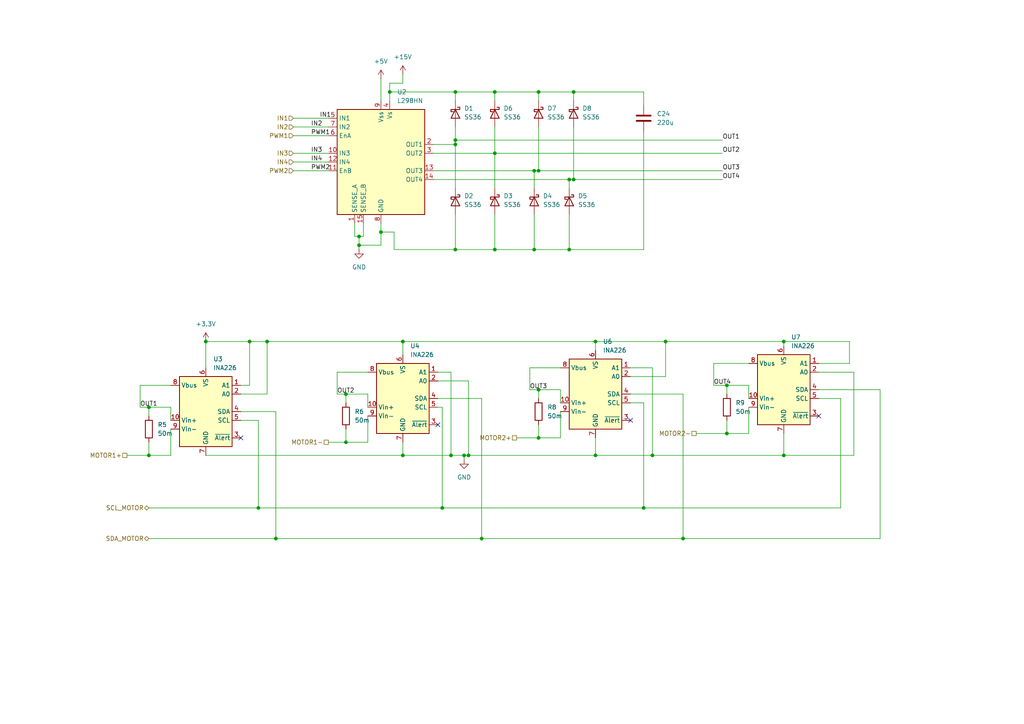
<source format=kicad_sch>
(kicad_sch (version 20250114) (generator "eeschema") (generator_version "9.0")
  (paper "A4")
  (lib_symbols
    (symbol "Device:C" (pin_numbers (hide yes)) (pin_names (offset 0.254))
      (property "Reference" "C" (at 0.635 2.54 0))
      (property "Value" "C" (at 0.635 -2.54 0))
      (symbol "C_0_1"
        (polyline (pts (xy -2.032 0.762) (xy 2.032 0.762)) (stroke (width 0.508)))
        (polyline (pts (xy -2.032 -0.762) (xy 2.032 -0.762)) (stroke (width 0.508)))
      )
      (symbol "C_1_1"
        (pin passive line (at 0 3.81 270) (length 2.794) (name "~") (number "1"))
        (pin passive line (at 0 -3.81 90) (length 2.794) (name "~") (number "2"))
      )
    )
    (symbol "Device:R" (pin_numbers (hide yes)) (pin_names (offset 0))
      (property "Reference" "R" (at 2.032 0 90))
      (property "Value" "R" (at 0 0 90))
      (symbol "R_0_1"
        (rectangle (start -1.016 -2.54) (end 1.016 2.54) (stroke (width 0.254)))
      )
      (symbol "R_1_1"
        (pin passive line (at 0 3.81 270) (length 1.27) (name "~") (number "1"))
        (pin passive line (at 0 -3.81 90) (length 1.27) (name "~") (number "2"))
      )
    )
    (symbol "Diode:SS36" (pin_numbers (hide yes)) (pin_names (offset 1.016) (hide yes))
      (property "Reference" "D" (at 0 2.54 0))
      (property "Value" "SS36" (at 0 -2.54 0))
      (symbol "SS36_0_1"
        (polyline (pts (xy -1.905 0.635) (xy -1.905 1.27) (xy -1.27 1.27) (xy -1.27 -1.27) (xy -0.635 -1.27) (xy -0.635 -0.635)) (stroke (width 0.254)))
        (polyline (pts (xy 1.27 1.27) (xy 1.27 -1.27) (xy -1.27 0) (xy 1.27 1.27)) (stroke (width 0.254)))
        (polyline (pts (xy 1.27 0) (xy -1.27 0)))
      )
      (symbol "SS36_1_1"
        (pin passive line (at -3.81 0 0) (length 2.54) (name "K") (number "1"))
        (pin passive line (at 3.81 0 180) (length 2.54) (name "A") (number "2"))
      )
    )
    (symbol "Driver_Motor:L298HN"
      (property "Reference" "U" (at -10.16 16.51 0))
      (property "Value" "L298HN" (at 12.7 16.51 0))
      (symbol "L298HN_0_1"
        (rectangle (start -12.7 15.24) (end 12.7 -15.24) (stroke (width 0.254)) (fill (type background)))
      )
      (symbol "L298HN_1_1"
        (pin input line (at -15.24 12.7 0) (length 2.54) (name "IN1") (number "5"))
        (pin input line (at -15.24 10.16 0) (length 2.54) (name "IN2") (number "7"))
        (pin input line (at -15.24 7.62 0) (length 2.54) (name "EnA") (number "6"))
        (pin input line (at -15.24 2.54 0) (length 2.54) (name "IN3") (number "10"))
        (pin input line (at -15.24 0 0) (length 2.54) (name "IN4") (number "12"))
        (pin input line (at -15.24 -2.54 0) (length 2.54) (name "EnB") (number "11"))
        (pin input line (at -7.62 -17.78 90) (length 2.54) (name "SENSE_A") (number "1"))
        (pin input line (at -5.08 -17.78 90) (length 2.54) (name "SENSE_B") (number "15"))
        (pin power_in line (at 0 17.78 270) (length 2.54) (name "Vss") (number "9"))
        (pin power_in line (at 0 -17.78 90) (length 2.54) (name "GND") (number "8"))
        (pin power_in line (at 2.54 17.78 270) (length 2.54) (name "Vs") (number "4"))
        (pin output line (at 15.24 5.08 180) (length 2.54) (name "OUT1") (number "2"))
        (pin output line (at 15.24 2.54 180) (length 2.54) (name "OUT2") (number "3"))
        (pin output line (at 15.24 -2.54 180) (length 2.54) (name "OUT3") (number "13"))
        (pin output line (at 15.24 -5.08 180) (length 2.54) (name "OUT4") (number "14"))
      )
    )
    (symbol "Sensor_Energy:INA226"
      (property "Reference" "U" (at -6.35 11.43 0))
      (property "Value" "INA226" (at 3.81 11.43 0))
      (symbol "INA226_0_1"
        (rectangle (start 7.62 10.16) (end -7.62 -10.16) (stroke (width 0.254)) (fill (type background)))
      )
      (symbol "INA226_1_1"
        (pin input line (at -10.16 7.62 0) (length 2.54) (name "Vbus") (number "8"))
        (pin input line (at -10.16 -2.54 0) (length 2.54) (name "Vin+") (number "10"))
        (pin input line (at -10.16 -5.08 0) (length 2.54) (name "Vin-") (number "9"))
        (pin power_in line (at 0 12.7 270) (length 2.54) (name "VS") (number "6"))
        (pin power_in line (at 0 -12.7 90) (length 2.54) (name "GND") (number "7"))
        (pin input line (at 10.16 7.62 180) (length 2.54) (name "A1") (number "1"))
        (pin input line (at 10.16 5.08 180) (length 2.54) (name "A0") (number "2"))
        (pin bidirectional line (at 10.16 0 180) (length 2.54) (name "SDA") (number "4"))
        (pin input line (at 10.16 -2.54 180) (length 2.54) (name "SCL") (number "5"))
        (pin open_collector line (at 10.16 -7.62 180) (length 2.54) (name "~{Alert}") (number "3"))
      )
    )
    (symbol "power:+15V" (power) (pin_numbers (hide yes)) (pin_names (offset 0) (hide yes))
      (property "Value" "+15V" (at 0 3.556 0))
      (symbol "+15V_0_1"
        (polyline (pts (xy -0.762 1.27) (xy 0 2.54)))
        (polyline (pts (xy 0 2.54) (xy 0.762 1.27)))
        (polyline (pts (xy 0 0) (xy 0 2.54)))
      )
      (symbol "+15V_1_1"
        (pin power_in line (at 0 0 90) (length 0) (name "~") (number "1"))
      )
    )
    (symbol "power:+3.3V" (power) (pin_numbers (hide yes)) (pin_names (offset 0) (hide yes))
      (property "Value" "+3.3V" (at 0 3.556 0))
      (symbol "+3.3V_0_1"
        (polyline (pts (xy -0.762 1.27) (xy 0 2.54)))
        (polyline (pts (xy 0 2.54) (xy 0.762 1.27)))
        (polyline (pts (xy 0 0) (xy 0 2.54)))
      )
      (symbol "+3.3V_1_1"
        (pin power_in line (at 0 0 90) (length 0) (name "~") (number "1"))
      )
    )
    (symbol "power:+5V" (power) (pin_numbers (hide yes)) (pin_names (offset 0) (hide yes))
      (property "Value" "+5V" (at 0 3.556 0))
      (symbol "+5V_0_1"
        (polyline (pts (xy -0.762 1.27) (xy 0 2.54)))
        (polyline (pts (xy 0 2.54) (xy 0.762 1.27)))
        (polyline (pts (xy 0 0) (xy 0 2.54)))
      )
      (symbol "+5V_1_1"
        (pin power_in line (at 0 0 90) (length 0) (name "~") (number "1"))
      )
    )
    (symbol "power:GND" (power) (pin_numbers (hide yes)) (pin_names (offset 0) (hide yes))
      (property "Value" "GND" (at 0 -3.81 0))
      (symbol "GND_0_1"
        (polyline (pts (xy 0 0) (xy 0 -1.27) (xy 1.27 -1.27) (xy 0 -2.54) (xy -1.27 -1.27) (xy 0 -1.27)))
      )
      (symbol "GND_1_1"
        (pin power_in line (at 0 0 270) (length 0) (name "~") (number "1"))
      )
    )
  )
  (junction (at 186.69 147.32))
  (junction (at 139.7 156.21))
  (junction (at 156.21 49.53))
  (junction (at 172.72 99.06))
  (junction (at 100.33 128.27))
  (junction (at 43.18 118.11))
  (junction (at 172.72 132.08))
  (junction (at 104.14 68.58))
  (junction (at 227.33 99.06))
  (junction (at 189.23 132.08))
  (junction (at 113.03 26.67))
  (junction (at 227.33 132.08))
  (junction (at 132.08 26.67))
  (junction (at 135.89 132.08))
  (junction (at 166.37 52.07))
  (junction (at 193.04 99.06))
  (junction (at 134.62 132.08))
  (junction (at 116.84 99.06))
  (junction (at 156.21 127))
  (junction (at 72.39 99.06))
  (junction (at 100.33 114.3))
  (junction (at 165.1 72.39))
  (junction (at 130.81 132.08))
  (junction (at 132.08 40.64))
  (junction (at 77.47 99.06))
  (junction (at 128.27 147.32))
  (junction (at 143.51 26.67))
  (junction (at 143.51 72.39))
  (junction (at 110.49 67.31))
  (junction (at 74.93 147.32))
  (junction (at 132.08 72.39))
  (junction (at 156.21 26.67))
  (junction (at 43.18 132.08))
  (junction (at 132.08 41.91))
  (junction (at 210.82 111.76))
  (junction (at 154.94 72.39))
  (junction (at 143.51 44.45))
  (junction (at 165.1 52.07))
  (junction (at 80.01 156.21))
  (junction (at 154.94 49.53))
  (junction (at 104.14 71.12))
  (junction (at 156.21 113.03))
  (junction (at 59.69 99.06))
  (junction (at 198.12 156.21))
  (junction (at 210.82 125.73))
  (junction (at 166.37 26.67))
  (junction (at 116.84 132.08))
  (no_connect (at 69.85 127))
  (no_connect (at 182.88 121.92))
  (no_connect (at 237.49 120.65))
  (no_connect (at 127 123.19))
  (wire (pts (xy 125.73 49.53) (xy 154.94 49.53)))
  (wire (pts (xy 100.33 124.46) (xy 100.33 128.27)))
  (wire (pts (xy 69.85 114.3) (xy 77.47 114.3)))
  (wire (pts (xy 113.03 26.67) (xy 113.03 24.13)))
  (wire (pts (xy 132.08 40.64) (xy 132.08 41.91)))
  (wire (pts (xy 166.37 26.67) (xy 166.37 29.21)))
  (wire (pts (xy 132.08 26.67) (xy 132.08 29.21)))
  (wire (pts (xy 210.82 111.76) (xy 217.17 111.76)))
  (wire (pts (xy 85.09 36.83) (xy 95.25 36.83)))
  (wire (pts (xy 237.49 115.57) (xy 243.84 115.57)))
  (wire (pts (xy 156.21 36.83) (xy 156.21 49.53)))
  (wire (pts (xy 132.08 40.64) (xy 209.55 40.64)))
  (wire (pts (xy 132.08 26.67) (xy 143.51 26.67)))
  (wire (pts (xy 74.93 147.32) (xy 128.27 147.32)))
  (wire (pts (xy 172.72 132.08) (xy 189.23 132.08)))
  (wire (pts (xy 128.27 118.11) (xy 127 118.11)))
  (wire (pts (xy 134.62 132.08) (xy 134.62 133.35)))
  (wire (pts (xy 100.33 114.3) (xy 106.68 114.3)))
  (wire (pts (xy 69.85 119.38) (xy 80.01 119.38)))
  (wire (pts (xy 116.84 128.27) (xy 116.84 132.08)))
  (wire (pts (xy 85.09 34.29) (xy 95.25 34.29)))
  (wire (pts (xy 165.1 72.39) (xy 186.69 72.39)))
  (wire (pts (xy 162.56 106.68) (xy 153.67 106.68)))
  (wire (pts (xy 132.08 41.91) (xy 132.08 54.61)))
  (wire (pts (xy 113.03 29.21) (xy 113.03 26.67)))
  (wire (pts (xy 166.37 52.07) (xy 209.55 52.07)))
  (wire (pts (xy 143.51 44.45) (xy 143.51 54.61)))
  (wire (pts (xy 143.51 36.83) (xy 143.51 44.45)))
  (wire (pts (xy 132.08 62.23) (xy 132.08 72.39)))
  (wire (pts (xy 104.14 71.12) (xy 110.49 71.12)))
  (wire (pts (xy 207.01 105.41) (xy 207.01 111.76)))
  (wire (pts (xy 36.83 132.08) (xy 43.18 132.08)))
  (wire (pts (xy 189.23 132.08) (xy 227.33 132.08)))
  (wire (pts (xy 80.01 119.38) (xy 80.01 156.21)))
  (wire (pts (xy 154.94 54.61) (xy 154.94 49.53)))
  (wire (pts (xy 134.62 132.08) (xy 135.89 132.08)))
  (wire (pts (xy 255.27 113.03) (xy 255.27 156.21)))
  (wire (pts (xy 153.67 106.68) (xy 153.67 113.03)))
  (wire (pts (xy 116.84 21.59) (xy 116.84 24.13)))
  (wire (pts (xy 132.08 72.39) (xy 143.51 72.39)))
  (wire (pts (xy 85.09 44.45) (xy 95.25 44.45)))
  (wire (pts (xy 217.17 118.11) (xy 217.17 125.73)))
  (wire (pts (xy 104.14 71.12) (xy 104.14 72.39)))
  (wire (pts (xy 165.1 62.23) (xy 165.1 72.39)))
  (wire (pts (xy 114.3 72.39) (xy 132.08 72.39)))
  (wire (pts (xy 217.17 111.76) (xy 217.17 115.57)))
  (wire (pts (xy 227.33 125.73) (xy 227.33 132.08)))
  (wire (pts (xy 237.49 113.03) (xy 255.27 113.03)))
  (wire (pts (xy 237.49 107.95) (xy 247.65 107.95)))
  (wire (pts (xy 43.18 118.11) (xy 49.53 118.11)))
  (wire (pts (xy 182.88 106.68) (xy 189.23 106.68)))
  (wire (pts (xy 166.37 36.83) (xy 166.37 52.07)))
  (wire (pts (xy 182.88 116.84) (xy 186.69 116.84)))
  (wire (pts (xy 182.88 114.3) (xy 198.12 114.3)))
  (wire (pts (xy 97.79 107.95) (xy 97.79 114.3)))
  (wire (pts (xy 210.82 121.92) (xy 210.82 125.73)))
  (wire (pts (xy 97.79 114.3) (xy 100.33 114.3)))
  (wire (pts (xy 106.68 114.3) (xy 106.68 118.11)))
  (wire (pts (xy 246.38 105.41) (xy 246.38 99.06)))
  (wire (pts (xy 72.39 99.06) (xy 77.47 99.06)))
  (wire (pts (xy 198.12 156.21) (xy 139.7 156.21)))
  (wire (pts (xy 125.73 41.91) (xy 132.08 41.91)))
  (wire (pts (xy 77.47 114.3) (xy 77.47 99.06)))
  (wire (pts (xy 77.47 99.06) (xy 116.84 99.06)))
  (wire (pts (xy 127 110.49) (xy 135.89 110.49)))
  (wire (pts (xy 130.81 132.08) (xy 134.62 132.08)))
  (wire (pts (xy 198.12 114.3) (xy 198.12 156.21)))
  (wire (pts (xy 110.49 71.12) (xy 110.49 67.31)))
  (wire (pts (xy 172.72 127) (xy 172.72 132.08)))
  (wire (pts (xy 153.67 113.03) (xy 156.21 113.03)))
  (wire (pts (xy 156.21 26.67) (xy 166.37 26.67)))
  (wire (pts (xy 116.84 99.06) (xy 172.72 99.06)))
  (wire (pts (xy 156.21 26.67) (xy 156.21 29.21)))
  (wire (pts (xy 80.01 156.21) (xy 43.18 156.21)))
  (wire (pts (xy 156.21 123.19) (xy 156.21 127)))
  (wire (pts (xy 156.21 49.53) (xy 209.55 49.53)))
  (wire (pts (xy 85.09 49.53) (xy 95.25 49.53)))
  (wire (pts (xy 104.14 68.58) (xy 104.14 71.12)))
  (wire (pts (xy 139.7 115.57) (xy 139.7 156.21)))
  (wire (pts (xy 125.73 52.07) (xy 165.1 52.07)))
  (wire (pts (xy 156.21 127) (xy 162.56 127)))
  (wire (pts (xy 149.86 127) (xy 156.21 127)))
  (wire (pts (xy 95.25 128.27) (xy 100.33 128.27)))
  (wire (pts (xy 114.3 72.39) (xy 114.3 67.31)))
  (wire (pts (xy 186.69 26.67) (xy 186.69 30.48)))
  (wire (pts (xy 127 115.57) (xy 139.7 115.57)))
  (wire (pts (xy 43.18 120.65) (xy 43.18 118.11)))
  (wire (pts (xy 43.18 128.27) (xy 43.18 132.08)))
  (wire (pts (xy 165.1 52.07) (xy 166.37 52.07)))
  (wire (pts (xy 113.03 24.13) (xy 116.84 24.13)))
  (wire (pts (xy 186.69 147.32) (xy 243.84 147.32)))
  (wire (pts (xy 130.81 107.95) (xy 130.81 132.08)))
  (wire (pts (xy 186.69 38.1) (xy 186.69 72.39)))
  (wire (pts (xy 132.08 36.83) (xy 132.08 40.64)))
  (wire (pts (xy 100.33 128.27) (xy 106.68 128.27)))
  (wire (pts (xy 154.94 62.23) (xy 154.94 72.39)))
  (wire (pts (xy 162.56 119.38) (xy 162.56 127)))
  (wire (pts (xy 156.21 113.03) (xy 162.56 113.03)))
  (wire (pts (xy 49.53 111.76) (xy 40.64 111.76)))
  (wire (pts (xy 143.51 62.23) (xy 143.51 72.39)))
  (wire (pts (xy 127 107.95) (xy 130.81 107.95)))
  (wire (pts (xy 186.69 116.84) (xy 186.69 147.32)))
  (wire (pts (xy 189.23 106.68) (xy 189.23 132.08)))
  (wire (pts (xy 172.72 99.06) (xy 172.72 101.6)))
  (wire (pts (xy 162.56 113.03) (xy 162.56 116.84)))
  (wire (pts (xy 143.51 44.45) (xy 209.55 44.45)))
  (wire (pts (xy 255.27 156.21) (xy 198.12 156.21)))
  (wire (pts (xy 154.94 72.39) (xy 165.1 72.39)))
  (wire (pts (xy 59.69 132.08) (xy 116.84 132.08)))
  (wire (pts (xy 143.51 72.39) (xy 154.94 72.39)))
  (wire (pts (xy 201.93 125.73) (xy 210.82 125.73)))
  (wire (pts (xy 116.84 132.08) (xy 130.81 132.08)))
  (wire (pts (xy 207.01 111.76) (xy 210.82 111.76)))
  (wire (pts (xy 193.04 109.22) (xy 193.04 99.06)))
  (wire (pts (xy 102.87 64.77) (xy 102.87 68.58)))
  (wire (pts (xy 247.65 107.95) (xy 247.65 132.08)))
  (wire (pts (xy 102.87 68.58) (xy 104.14 68.58)))
  (wire (pts (xy 69.85 121.92) (xy 74.93 121.92)))
  (wire (pts (xy 139.7 156.21) (xy 80.01 156.21)))
  (wire (pts (xy 43.18 147.32) (xy 74.93 147.32)))
  (wire (pts (xy 113.03 26.67) (xy 132.08 26.67)))
  (wire (pts (xy 156.21 115.57) (xy 156.21 113.03)))
  (wire (pts (xy 40.64 111.76) (xy 40.64 118.11)))
  (wire (pts (xy 104.14 68.58) (xy 105.41 68.58)))
  (wire (pts (xy 49.53 118.11) (xy 49.53 121.92)))
  (wire (pts (xy 166.37 26.67) (xy 186.69 26.67)))
  (wire (pts (xy 59.69 99.06) (xy 72.39 99.06)))
  (wire (pts (xy 125.73 44.45) (xy 143.51 44.45)))
  (wire (pts (xy 100.33 116.84) (xy 100.33 114.3)))
  (wire (pts (xy 143.51 26.67) (xy 156.21 26.67)))
  (wire (pts (xy 72.39 99.06) (xy 72.39 111.76)))
  (wire (pts (xy 105.41 64.77) (xy 105.41 68.58)))
  (wire (pts (xy 193.04 99.06) (xy 227.33 99.06)))
  (wire (pts (xy 106.68 107.95) (xy 97.79 107.95)))
  (wire (pts (xy 135.89 132.08) (xy 172.72 132.08)))
  (wire (pts (xy 59.69 106.68) (xy 59.69 99.06)))
  (wire (pts (xy 85.09 46.99) (xy 95.25 46.99)))
  (wire (pts (xy 49.53 124.46) (xy 49.53 132.08)))
  (wire (pts (xy 237.49 105.41) (xy 246.38 105.41)))
  (wire (pts (xy 243.84 115.57) (xy 243.84 147.32)))
  (wire (pts (xy 165.1 52.07) (xy 165.1 54.61)))
  (wire (pts (xy 106.68 120.65) (xy 106.68 128.27)))
  (wire (pts (xy 69.85 111.76) (xy 72.39 111.76)))
  (wire (pts (xy 227.33 132.08) (xy 247.65 132.08)))
  (wire (pts (xy 114.3 67.31) (xy 110.49 67.31)))
  (wire (pts (xy 210.82 114.3) (xy 210.82 111.76)))
  (wire (pts (xy 172.72 99.06) (xy 193.04 99.06)))
  (wire (pts (xy 85.09 39.37) (xy 95.25 39.37)))
  (wire (pts (xy 135.89 110.49) (xy 135.89 132.08)))
  (wire (pts (xy 128.27 147.32) (xy 186.69 147.32)))
  (wire (pts (xy 110.49 22.86) (xy 110.49 29.21)))
  (wire (pts (xy 128.27 118.11) (xy 128.27 147.32)))
  (wire (pts (xy 143.51 26.67) (xy 143.51 29.21)))
  (wire (pts (xy 43.18 132.08) (xy 49.53 132.08)))
  (wire (pts (xy 116.84 99.06) (xy 116.84 102.87)))
  (wire (pts (xy 210.82 125.73) (xy 217.17 125.73)))
  (wire (pts (xy 40.64 118.11) (xy 43.18 118.11)))
  (wire (pts (xy 154.94 49.53) (xy 156.21 49.53)))
  (wire (pts (xy 227.33 99.06) (xy 227.33 100.33)))
  (wire (pts (xy 246.38 99.06) (xy 227.33 99.06)))
  (wire (pts (xy 217.17 105.41) (xy 207.01 105.41)))
  (wire (pts (xy 110.49 64.77) (xy 110.49 67.31)))
  (wire (pts (xy 182.88 109.22) (xy 193.04 109.22)))
  (wire (pts (xy 74.93 121.92) (xy 74.93 147.32)))
  (label "OUT4" (at 209.55 52.07 0))
  (label "OUT4" (at 207.01 111.76 0))
  (label "IN3" (at 90.17 44.45 0))
  (label "OUT3" (at 153.67 113.03 0))
  (label "IN4" (at 90.17 46.99 0))
  (label "OUT3" (at 209.55 49.53 0))
  (label "OUT1" (at 40.64 118.11 0))
  (label "OUT2" (at 97.79 114.3 0))
  (label "OUT2" (at 209.55 44.45 0))
  (label "PWM1" (at 90.17 39.37 0))
  (label "PWM2" (at 90.17 49.53 0))
  (label "OUT1" (at 209.55 40.64 0))
  (label "IN2" (at 90.17 36.83 0))
  (label "IN1" (at 92.71 34.29 0))
  (hierarchical_label "PWM1" (shape input) (at 85.09 39.37 180))
  (hierarchical_label "MOTOR2+" (shape passive) (at 149.86 127 180))
  (hierarchical_label "MOTOR1+" (shape passive) (at 36.83 132.08 180))
  (hierarchical_label "PWM2" (shape input) (at 85.09 49.53 180))
  (hierarchical_label "SCL_MOTOR" (shape bidirectional) (at 43.18 147.32 180))
  (hierarchical_label "MOTOR1-" (shape passive) (at 95.25 128.27 180))
  (hierarchical_label "IN4" (shape input) (at 85.09 46.99 180))
  (hierarchical_label "IN1" (shape input) (at 85.09 34.29 180))
  (hierarchical_label "MOTOR2-" (shape passive) (at 201.93 125.73 180))
  (hierarchical_label "IN3" (shape input) (at 85.09 44.45 180))
  (hierarchical_label "SDA_MOTOR" (shape bidirectional) (at 43.18 156.21 180))
  (hierarchical_label "IN2" (shape input) (at 85.09 36.83 180))
  (symbol (lib_id "Diode:SS36") (at 143.51 33.02 270) (unit 1)
    (property "Reference" "D6" (at 146.05 31.4324 90) (effects (justify left)))
    (property "Value" "SS36" (at 146.05 33.9724 90) (effects (justify left)))
    (property "Footprint" "Diode_SMD:D_SMA_Handsoldering" (effects (hide yes)))
    (property "Datasheet" "https://www.vishay.com/docs/88751/ss32.pdf" (effects (hide yes)))
    (property "Description" "60V 3A Schottky Diode, SMA" (effects (hide yes)))
  )
  (symbol (lib_id "Device:R") (at 100.33 120.65 0) (unit 1)
    (property "Reference" "R6" (at 102.87 119.3799 0) (effects (justify left)))
    (property "Value" "50m" (at 102.87 121.9199 0) (effects (justify left)))
    (property "Description" "Resistor" (effects (hide yes)))
  )
  (symbol (lib_id "power:+3.3V") (at 59.69 99.06 0) (unit 1)
    (property "Reference" "#PWR020" (effects (hide yes)))
    (property "Value" "+3.3V" (at 59.69 93.98 0))
    (property "Description" "Power symbol creates a global label with name \"+3.3V\"" (effects (hide yes)))
  )
  (symbol (lib_id "Device:C") (at 186.69 34.29 0) (unit 1)
    (property "Reference" "C24" (at 190.5 33.0199 0) (effects (justify left)))
    (property "Value" "220u" (at 190.5 35.5599 0) (effects (justify left)))
    (property "Description" "Unpolarized capacitor" (effects (hide yes)))
  )
  (symbol (lib_id "Sensor_Energy:INA226") (at 172.72 114.3 0) (unit 1)
    (property "Reference" "U6" (at 174.8633 99.06 0) (effects (justify left)))
    (property "Value" "INA226" (at 174.8633 101.6 0) (effects (justify left)))
    (property "Footprint" "Package_SO:VSSOP-10_3x3mm_P0.5mm" (effects (hide yes)))
    (property "Datasheet" "http://www.ti.com/lit/ds/symlink/ina226.pdf" (effects (hide yes)))
    (property "Description" "High-Side or Low-Side Measurement, Bi-Directional Current and Power Monitor (0-36V) with I2C Compatible Interface, VSSOP-10" (effects (hide yes)))
  )
  (symbol (lib_id "Sensor_Energy:INA226") (at 227.33 113.03 0) (unit 1)
    (property "Reference" "U7" (at 229.4733 97.79 0) (effects (justify left)))
    (property "Value" "INA226" (at 229.4733 100.33 0) (effects (justify left)))
    (property "Footprint" "Package_SO:VSSOP-10_3x3mm_P0.5mm" (effects (hide yes)))
    (property "Datasheet" "http://www.ti.com/lit/ds/symlink/ina226.pdf" (effects (hide yes)))
    (property "Description" "High-Side or Low-Side Measurement, Bi-Directional Current and Power Monitor (0-36V) with I2C Compatible Interface, VSSOP-10" (effects (hide yes)))
  )
  (symbol (lib_id "Diode:SS36") (at 143.51 58.42 270) (unit 1)
    (property "Reference" "D3" (at 146.05 56.8324 90) (effects (justify left)))
    (property "Value" "SS36" (at 146.05 59.3724 90) (effects (justify left)))
    (property "Footprint" "Diode_SMD:D_SMA_Handsoldering" (effects (hide yes)))
    (property "Datasheet" "https://www.vishay.com/docs/88751/ss32.pdf" (effects (hide yes)))
    (property "Description" "60V 3A Schottky Diode, SMA" (effects (hide yes)))
  )
  (symbol (lib_id "Device:R") (at 156.21 119.38 0) (unit 1)
    (property "Reference" "R8" (at 158.75 118.1099 0) (effects (justify left)))
    (property "Value" "50m" (at 158.75 120.6499 0) (effects (justify left)))
    (property "Description" "Resistor" (effects (hide yes)))
  )
  (symbol (lib_id "Sensor_Energy:INA226") (at 116.84 115.57 0) (unit 1)
    (property "Reference" "U4" (at 118.9833 100.33 0) (effects (justify left)))
    (property "Value" "INA226" (at 118.9833 102.87 0) (effects (justify left)))
    (property "Footprint" "Package_SO:VSSOP-10_3x3mm_P0.5mm" (effects (hide yes)))
    (property "Datasheet" "http://www.ti.com/lit/ds/symlink/ina226.pdf" (effects (hide yes)))
    (property "Description" "High-Side or Low-Side Measurement, Bi-Directional Current and Power Monitor (0-36V) with I2C Compatible Interface, VSSOP-10" (effects (hide yes)))
  )
  (symbol (lib_id "power:+5V") (at 110.49 22.86 0) (unit 1)
    (property "Reference" "#PWR019" (effects (hide yes)))
    (property "Value" "+5V" (at 110.49 17.78 0))
    (property "Description" "Power symbol creates a global label with name \"+5V\"" (effects (hide yes)))
  )
  (symbol (lib_id "Diode:SS36") (at 154.94 58.42 270) (unit 1)
    (property "Reference" "D4" (at 157.48 56.8324 90) (effects (justify left)))
    (property "Value" "SS36" (at 157.48 59.3724 90) (effects (justify left)))
    (property "Footprint" "Diode_SMD:D_SMA_Handsoldering" (effects (hide yes)))
    (property "Datasheet" "https://www.vishay.com/docs/88751/ss32.pdf" (effects (hide yes)))
    (property "Description" "60V 3A Schottky Diode, SMA" (effects (hide yes)))
  )
  (symbol (lib_id "Diode:SS36") (at 132.08 58.42 270) (unit 1)
    (property "Reference" "D2" (at 134.62 56.8324 90) (effects (justify left)))
    (property "Value" "SS36" (at 134.62 59.3724 90) (effects (justify left)))
    (property "Footprint" "Diode_SMD:D_SMA_Handsoldering" (effects (hide yes)))
    (property "Datasheet" "https://www.vishay.com/docs/88751/ss32.pdf" (effects (hide yes)))
    (property "Description" "60V 3A Schottky Diode, SMA" (effects (hide yes)))
  )
  (symbol (lib_id "Diode:SS36") (at 165.1 58.42 270) (unit 1)
    (property "Reference" "D5" (at 167.64 56.8324 90) (effects (justify left)))
    (property "Value" "SS36" (at 167.64 59.3724 90) (effects (justify left)))
    (property "Footprint" "Diode_SMD:D_SMA_Handsoldering" (effects (hide yes)))
    (property "Datasheet" "https://www.vishay.com/docs/88751/ss32.pdf" (effects (hide yes)))
    (property "Description" "60V 3A Schottky Diode, SMA" (effects (hide yes)))
  )
  (symbol (lib_id "Diode:SS36") (at 156.21 33.02 270) (unit 1)
    (property "Reference" "D7" (at 158.75 31.4324 90) (effects (justify left)))
    (property "Value" "SS36" (at 158.75 33.9724 90) (effects (justify left)))
    (property "Footprint" "Diode_SMD:D_SMA_Handsoldering" (effects (hide yes)))
    (property "Datasheet" "https://www.vishay.com/docs/88751/ss32.pdf" (effects (hide yes)))
    (property "Description" "60V 3A Schottky Diode, SMA" (effects (hide yes)))
  )
  (symbol (lib_id "Diode:SS36") (at 166.37 33.02 270) (unit 1)
    (property "Reference" "D8" (at 168.91 31.4324 90) (effects (justify left)))
    (property "Value" "SS36" (at 168.91 33.9724 90) (effects (justify left)))
    (property "Footprint" "Diode_SMD:D_SMA_Handsoldering" (effects (hide yes)))
    (property "Datasheet" "https://www.vishay.com/docs/88751/ss32.pdf" (effects (hide yes)))
    (property "Description" "60V 3A Schottky Diode, SMA" (effects (hide yes)))
  )
  (symbol (lib_id "Driver_Motor:L298HN") (at 110.49 46.99 0) (unit 1)
    (property "Reference" "U2" (at 115.1733 26.67 0) (effects (justify left)))
    (property "Value" "L298HN" (at 115.1733 29.21 0) (effects (justify left)))
    (property "Footprint" "Package_TO_SOT_THT:TO-220-15_P2.54x2.54mm_StaggerOdd_Lead5.84mm_TabDown" (effects (hide yes)))
    (property "Datasheet" "http://www.st.com/st-web-ui/static/active/en/resource/technical/document/datasheet/CD00000240.pdf" (effects (hide yes)))
    (property "Description" "Dual full bridge motor driver, up to 46V, 4A, Multiwatt15-H" (effects (hide yes)))
  )
  (symbol (lib_id "power:GND") (at 104.14 72.39 0) (unit 1)
    (property "Reference" "#PWR038" (effects (hide yes)))
    (property "Value" "GND" (at 104.14 77.47 0))
    (property "Description" "Power symbol creates a global label with name \"GND\" , ground" (effects (hide yes)))
  )
  (symbol (lib_id "power:+15V") (at 116.84 21.59 0) (unit 1)
    (property "Reference" "#PWR018" (effects (hide yes)))
    (property "Value" "+15V" (at 116.84 16.51 0))
    (property "Description" "Power symbol creates a global label with name \"+15V\"" (effects (hide yes)))
  )
  (symbol (lib_id "Device:R") (at 43.18 124.46 0) (unit 1)
    (property "Reference" "R5" (at 45.72 123.1899 0) (effects (justify left)))
    (property "Value" "50m" (at 45.72 125.7299 0) (effects (justify left)))
    (property "Description" "Resistor" (effects (hide yes)))
  )
  (symbol (lib_id "Sensor_Energy:INA226") (at 59.69 119.38 0) (unit 1)
    (property "Reference" "U3" (at 61.8333 104.14 0) (effects (justify left)))
    (property "Value" "INA226" (at 61.8333 106.68 0) (effects (justify left)))
    (property "Footprint" "Package_SO:VSSOP-10_3x3mm_P0.5mm" (effects (hide yes)))
    (property "Datasheet" "http://www.ti.com/lit/ds/symlink/ina226.pdf" (effects (hide yes)))
    (property "Description" "High-Side or Low-Side Measurement, Bi-Directional Current and Power Monitor (0-36V) with I2C Compatible Interface, VSSOP-10" (effects (hide yes)))
  )
  (symbol (lib_id "Diode:SS36") (at 132.08 33.02 270) (unit 1)
    (property "Reference" "D1" (at 134.62 31.4324 90) (effects (justify left)))
    (property "Value" "SS36" (at 134.62 33.9724 90) (effects (justify left)))
    (property "Footprint" "Diode_SMD:D_SMA_Handsoldering" (effects (hide yes)))
    (property "Datasheet" "https://www.vishay.com/docs/88751/ss32.pdf" (effects (hide yes)))
    (property "Description" "60V 3A Schottky Diode, SMA" (effects (hide yes)))
  )
  (symbol (lib_id "power:GND") (at 134.62 133.35 0) (unit 1)
    (property "Reference" "#PWR021" (effects (hide yes)))
    (property "Value" "GND" (at 134.62 138.43 0))
    (property "Description" "Power symbol creates a global label with name \"GND\" , ground" (effects (hide yes)))
  )
  (symbol (lib_id "Device:R") (at 210.82 118.11 0) (unit 1)
    (property "Reference" "R9" (at 213.36 116.8399 0) (effects (justify left)))
    (property "Value" "50m" (at 213.36 119.3799 0) (effects (justify left)))
    (property "Description" "Resistor" (effects (hide yes)))
  )
)
</source>
